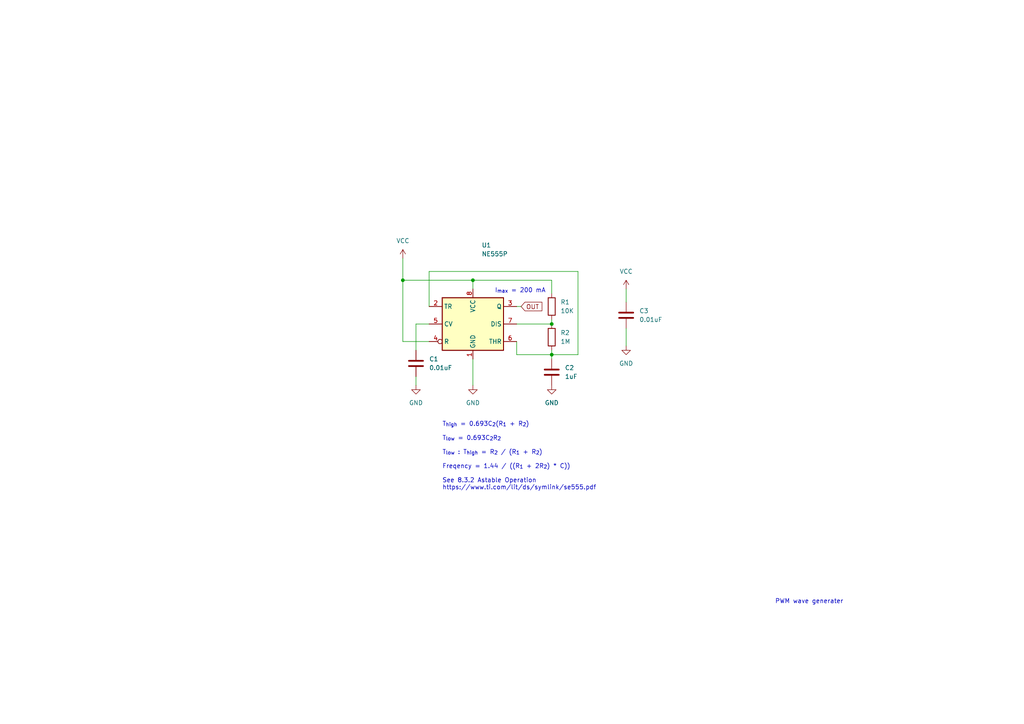
<source format=kicad_sch>
(kicad_sch (version 20211123) (generator eeschema)
  (paper "A4")
  (lib_symbols
    (symbol "Device:C" (pin_numbers hide) (pin_names (offset 0.254))
      (property "Reference" "C" (at 0.635 2.54 0))
      (property "Value" "C" (at 0.635 -2.54 0))
      (symbol "C_0_1"
        (polyline (pts (xy -2.032 -0.762) (xy 2.032 -0.762)) (stroke (width 0.508)))
        (polyline (pts (xy -2.032 0.762) (xy 2.032 0.762)) (stroke (width 0.508)))
      )
      (symbol "C_1_1"
        (pin passive line (at 0 3.81 270) (length 2.794) (name "~") (number "1"))
        (pin passive line (at 0 -3.81 90) (length 2.794) (name "~") (number "2"))
      )
    )
    (symbol "Device:R" (pin_numbers hide) (pin_names (offset 0))
      (property "Reference" "R" (at 2.032 0 90))
      (property "Value" "R" (at 0 0 90))
      (symbol "R_0_1"
        (rectangle (start -1.016 -2.54) (end 1.016 2.54) (stroke (width 0.254)))
      )
      (symbol "R_1_1"
        (pin passive line (at 0 3.81 270) (length 1.27) (name "~") (number "1"))
        (pin passive line (at 0 -3.81 90) (length 1.27) (name "~") (number "2"))
      )
    )
    (symbol "Timer:NE555P"
      (property "Reference" "U" (at -10.16 8.89 0))
      (property "Value" "NE555P" (at 2.54 8.89 0))
      (symbol "NE555P_0_0"
        (pin power_in line (at 0 -10.16 90) (length 2.54) (name "GND") (number "1"))
        (pin power_in line (at 0 10.16 270) (length 2.54) (name "VCC") (number "8"))
      )
      (symbol "NE555P_0_1"
        (rectangle (start -8.89 -7.62) (end 8.89 7.62) (stroke (width 0.254)) (fill (type background)))
        (rectangle (start -8.89 -7.62) (end 8.89 7.62) (stroke (width 0.254)) (fill (type background)))
      )
      (symbol "NE555P_1_1"
        (pin input line (at -12.7 5.08 0) (length 3.81) (name "TR") (number "2"))
        (pin output line (at 12.7 5.08 180) (length 3.81) (name "Q") (number "3"))
        (pin input inverted (at -12.7 -5.08 0) (length 3.81) (name "R") (number "4"))
        (pin input line (at -12.7 0 0) (length 3.81) (name "CV") (number "5"))
        (pin input line (at 12.7 -5.08 180) (length 3.81) (name "THR") (number "6"))
        (pin input line (at 12.7 0 180) (length 3.81) (name "DIS") (number "7"))
      )
    )
    (symbol "power:GND" (power) (pin_names (offset 0))
      (property "Value" "GND" (at 0 -3.81 0))
      (symbol "GND_0_1"
        (polyline (pts (xy 0 0) (xy 0 -1.27) (xy 1.27 -1.27) (xy 0 -2.54) (xy -1.27 -1.27) (xy 0 -1.27)))
      )
      (symbol "GND_1_1"
        (pin power_in line (at 0 0 270) (length 0) hide (name "GND") (number "1"))
      )
    )
    (symbol "power:VCC" (power) (pin_names (offset 0))
      (property "Value" "VCC" (at 0 3.81 0))
      (symbol "VCC_0_1"
        (polyline (pts (xy -0.762 1.27) (xy 0 2.54)))
        (polyline (pts (xy 0 0) (xy 0 2.54)))
        (polyline (pts (xy 0 2.54) (xy 0.762 1.27)))
      )
      (symbol "VCC_1_1"
        (pin power_in line (at 0 0 90) (length 0) hide (name "VCC") (number "1"))
      )
    )
  )
  (junction (at 160.02 93.98))
  (junction (at 116.84 81.28))
  (junction (at 137.16 81.28))
  (junction (at 160.02 102.87))
  (wire (pts (xy 160.02 81.28) (xy 137.16 81.28)))
  (wire (pts (xy 116.84 99.06) (xy 116.84 81.28)))
  (wire (pts (xy 137.16 81.28) (xy 116.84 81.28)))
  (wire (pts (xy 167.64 78.74) (xy 167.64 102.87)))
  (wire (pts (xy 160.02 92.71) (xy 160.02 93.98)))
  (wire (pts (xy 149.86 88.9) (xy 151.13 88.9)))
  (wire (pts (xy 149.86 93.98) (xy 160.02 93.98)))
  (wire (pts (xy 116.84 81.28) (xy 116.84 74.93)))
  (wire (pts (xy 124.46 78.74) (xy 167.64 78.74)))
  (wire (pts (xy 167.64 102.87) (xy 160.02 102.87)))
  (wire (pts (xy 181.61 95.25) (xy 181.61 100.33)))
  (wire (pts (xy 137.16 83.82) (xy 137.16 81.28)))
  (wire (pts (xy 120.65 101.6) (xy 120.65 93.98)))
  (wire (pts (xy 137.16 104.14) (xy 137.16 111.76)))
  (wire (pts (xy 124.46 99.06) (xy 116.84 99.06)))
  (wire (pts (xy 149.86 102.87) (xy 160.02 102.87)))
  (wire (pts (xy 120.65 109.22) (xy 120.65 111.76)))
  (wire (pts (xy 160.02 101.6) (xy 160.02 102.87)))
  (wire (pts (xy 120.65 93.98) (xy 124.46 93.98)))
  (wire (pts (xy 160.02 104.14) (xy 160.02 102.87)))
  (wire (pts (xy 149.86 99.06) (xy 149.86 102.87)))
  (wire (pts (xy 181.61 83.82) (xy 181.61 87.63)))
  (wire (pts (xy 160.02 85.09) (xy 160.02 81.28)))
  (wire (pts (xy 124.46 88.9) (xy 124.46 78.74)))
  (text "I_{max} = 200 mA" (at 143.51 85.09 0) (effects (font (size 1.27 1.27)) (justify left bottom)))
  (text "PWM wave generater" (at 224.79 175.26 0) (effects (font (size 1.27 1.27)) (justify left bottom)))
  (text "T_{high} = 0.693C_{2}(R_{1} + R_{2})\n\nT_{low} = 0.693C_{2}R_{2}\n\nT_{low} : T_{high} = R_{2} / (R_{1} + R_{2})\n\nFreqency = 1.44 / ((R_{1} + 2R_{2}) * C))\n\nSee 8.3.2 Astable Operation\nhttps://www.ti.com/lit/ds/symlink/se555.pdf" (at 128.27 142.24 0) (effects (font (size 1.27 1.27)) (justify left bottom)))
  (global_label "OUT" (shape input) (at 151.13 88.9 0) (property "Intersheet References" "${INTERSHEET_REFS}" (effects hide)))
  (symbol (lib_id "power:GND") (at 181.61 100.33 0) (unit 1)
    (property "Reference" "#PWR06" (effects hide))
    (property "Value" "GND" (at 181.61 105.41 0))
  )
  (symbol (lib_id "power:GND") (at 160.02 111.76 0) (unit 1)
    (property "Reference" "#PWR04" (effects hide))
    (property "Value" "GND" (at 160.02 116.84 0))
  )
  (symbol (lib_id "Device:C") (at 160.02 107.95 0) (unit 1)
    (property "Reference" "C2" (at 163.83 106.6799 0) (effects (justify left)))
    (property "Value" "1uF" (at 163.83 109.2199 0) (effects (justify left)))
  )
  (symbol (lib_id "Timer:NE555P") (at 137.16 93.98 0) (unit 1)
    (property "Reference" "U1" (at 139.7 71.12 0) (effects (justify left)))
    (property "Value" "NE555P" (at 139.7 73.66 0) (effects (justify left)))
    (property "Footprint" "Package_DIP:DIP-8_W7.62mm" (effects hide))
    (property "Datasheet" "http://www.ti.com/lit/ds/symlink/ne555.pdf" (effects hide))
  )
  (symbol (lib_id "power:GND") (at 137.16 111.76 0) (unit 1)
    (property "Reference" "#PWR03" (effects hide))
    (property "Value" "GND" (at 137.16 116.84 0))
  )
  (symbol (lib_id "Device:R") (at 160.02 88.9 0) (unit 1)
    (property "Reference" "R1" (at 162.56 87.6299 0) (effects (justify left)))
    (property "Value" "10K" (at 162.56 90.1699 0) (effects (justify left)))
  )
  (symbol (lib_id "power:VCC") (at 181.61 83.82 0) (unit 1)
    (property "Reference" "#PWR05" (effects hide))
    (property "Value" "VCC" (at 181.61 78.74 0))
  )
  (symbol (lib_id "Device:R") (at 160.02 97.79 0) (unit 1)
    (property "Reference" "R2" (at 162.56 96.5199 0) (effects (justify left)))
    (property "Value" "1M" (at 162.56 99.0599 0) (effects (justify left)))
  )
  (symbol (lib_id "power:GND") (at 120.65 111.76 0) (unit 1)
    (property "Reference" "#PWR02" (effects hide))
    (property "Value" "GND" (at 120.65 116.84 0))
  )
  (symbol (lib_id "Device:C") (at 181.61 91.44 0) (unit 1)
    (property "Reference" "C3" (at 185.42 90.1699 0) (effects (justify left)))
    (property "Value" "0.01uF" (at 185.42 92.7099 0) (effects (justify left)))
  )
  (symbol (lib_id "Device:C") (at 120.65 105.41 0) (unit 1)
    (property "Reference" "C1" (at 124.46 104.1399 0) (effects (justify left)))
    (property "Value" "0.01uF" (at 124.46 106.6799 0) (effects (justify left)))
  )
  (symbol (lib_id "power:VCC") (at 116.84 74.93 0) (unit 1)
    (property "Reference" "#PWR01" (effects hide))
    (property "Value" "VCC" (at 116.84 69.85 0))
  )
)
</source>
